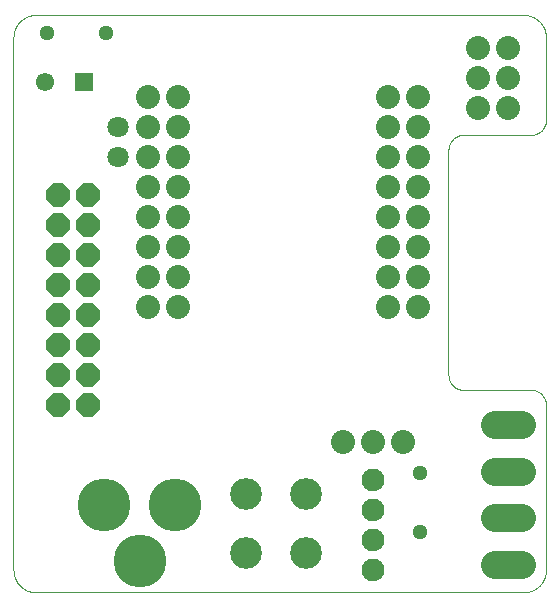
<source format=gbs>
G75*
%MOIN*%
%OFA0B0*%
%FSLAX25Y25*%
%IPPOS*%
%LPD*%
%AMOC8*
5,1,8,0,0,1.08239X$1,22.5*
%
%ADD10C,0.00100*%
%ADD11C,0.08000*%
%ADD12OC8,0.08000*%
%ADD13C,0.17600*%
%ADD14C,0.10600*%
%ADD15C,0.07600*%
%ADD16R,0.06100X0.06100*%
%ADD17C,0.06100*%
%ADD18C,0.05100*%
%ADD19C,0.07100*%
%ADD20C,0.09458*%
D10*
X0007500Y0015000D02*
X0007500Y0192500D01*
X0007502Y0192681D01*
X0007509Y0192862D01*
X0007520Y0193043D01*
X0007535Y0193224D01*
X0007555Y0193404D01*
X0007579Y0193584D01*
X0007607Y0193763D01*
X0007640Y0193941D01*
X0007677Y0194118D01*
X0007718Y0194295D01*
X0007763Y0194470D01*
X0007813Y0194645D01*
X0007867Y0194818D01*
X0007925Y0194989D01*
X0007987Y0195160D01*
X0008054Y0195328D01*
X0008124Y0195495D01*
X0008198Y0195661D01*
X0008277Y0195824D01*
X0008359Y0195985D01*
X0008445Y0196145D01*
X0008535Y0196302D01*
X0008629Y0196457D01*
X0008726Y0196610D01*
X0008828Y0196760D01*
X0008932Y0196908D01*
X0009041Y0197054D01*
X0009152Y0197196D01*
X0009268Y0197336D01*
X0009386Y0197473D01*
X0009508Y0197608D01*
X0009633Y0197739D01*
X0009761Y0197867D01*
X0009892Y0197992D01*
X0010027Y0198114D01*
X0010164Y0198232D01*
X0010304Y0198348D01*
X0010446Y0198459D01*
X0010592Y0198568D01*
X0010740Y0198672D01*
X0010890Y0198774D01*
X0011043Y0198871D01*
X0011198Y0198965D01*
X0011355Y0199055D01*
X0011515Y0199141D01*
X0011676Y0199223D01*
X0011839Y0199302D01*
X0012005Y0199376D01*
X0012172Y0199446D01*
X0012340Y0199513D01*
X0012511Y0199575D01*
X0012682Y0199633D01*
X0012855Y0199687D01*
X0013030Y0199737D01*
X0013205Y0199782D01*
X0013382Y0199823D01*
X0013559Y0199860D01*
X0013737Y0199893D01*
X0013916Y0199921D01*
X0014096Y0199945D01*
X0014276Y0199965D01*
X0014457Y0199980D01*
X0014638Y0199991D01*
X0014819Y0199998D01*
X0015000Y0200000D01*
X0177500Y0200000D01*
X0177681Y0199998D01*
X0177862Y0199991D01*
X0178043Y0199980D01*
X0178224Y0199965D01*
X0178404Y0199945D01*
X0178584Y0199921D01*
X0178763Y0199893D01*
X0178941Y0199860D01*
X0179118Y0199823D01*
X0179295Y0199782D01*
X0179470Y0199737D01*
X0179645Y0199687D01*
X0179818Y0199633D01*
X0179989Y0199575D01*
X0180160Y0199513D01*
X0180328Y0199446D01*
X0180495Y0199376D01*
X0180661Y0199302D01*
X0180824Y0199223D01*
X0180985Y0199141D01*
X0181145Y0199055D01*
X0181302Y0198965D01*
X0181457Y0198871D01*
X0181610Y0198774D01*
X0181760Y0198672D01*
X0181908Y0198568D01*
X0182054Y0198459D01*
X0182196Y0198348D01*
X0182336Y0198232D01*
X0182473Y0198114D01*
X0182608Y0197992D01*
X0182739Y0197867D01*
X0182867Y0197739D01*
X0182992Y0197608D01*
X0183114Y0197473D01*
X0183232Y0197336D01*
X0183348Y0197196D01*
X0183459Y0197054D01*
X0183568Y0196908D01*
X0183672Y0196760D01*
X0183774Y0196610D01*
X0183871Y0196457D01*
X0183965Y0196302D01*
X0184055Y0196145D01*
X0184141Y0195985D01*
X0184223Y0195824D01*
X0184302Y0195661D01*
X0184376Y0195495D01*
X0184446Y0195328D01*
X0184513Y0195160D01*
X0184575Y0194989D01*
X0184633Y0194818D01*
X0184687Y0194645D01*
X0184737Y0194470D01*
X0184782Y0194295D01*
X0184823Y0194118D01*
X0184860Y0193941D01*
X0184893Y0193763D01*
X0184921Y0193584D01*
X0184945Y0193404D01*
X0184965Y0193224D01*
X0184980Y0193043D01*
X0184991Y0192862D01*
X0184998Y0192681D01*
X0185000Y0192500D01*
X0185000Y0165000D01*
X0184998Y0164860D01*
X0184992Y0164720D01*
X0184982Y0164580D01*
X0184969Y0164440D01*
X0184951Y0164301D01*
X0184929Y0164162D01*
X0184904Y0164025D01*
X0184875Y0163887D01*
X0184842Y0163751D01*
X0184805Y0163616D01*
X0184764Y0163482D01*
X0184719Y0163349D01*
X0184671Y0163217D01*
X0184619Y0163087D01*
X0184564Y0162958D01*
X0184505Y0162831D01*
X0184442Y0162705D01*
X0184376Y0162581D01*
X0184307Y0162460D01*
X0184234Y0162340D01*
X0184157Y0162222D01*
X0184078Y0162107D01*
X0183995Y0161993D01*
X0183909Y0161883D01*
X0183820Y0161774D01*
X0183728Y0161668D01*
X0183633Y0161565D01*
X0183536Y0161464D01*
X0183435Y0161367D01*
X0183332Y0161272D01*
X0183226Y0161180D01*
X0183117Y0161091D01*
X0183007Y0161005D01*
X0182893Y0160922D01*
X0182778Y0160843D01*
X0182660Y0160766D01*
X0182540Y0160693D01*
X0182419Y0160624D01*
X0182295Y0160558D01*
X0182169Y0160495D01*
X0182042Y0160436D01*
X0181913Y0160381D01*
X0181783Y0160329D01*
X0181651Y0160281D01*
X0181518Y0160236D01*
X0181384Y0160195D01*
X0181249Y0160158D01*
X0181113Y0160125D01*
X0180975Y0160096D01*
X0180838Y0160071D01*
X0180699Y0160049D01*
X0180560Y0160031D01*
X0180420Y0160018D01*
X0180280Y0160008D01*
X0180140Y0160002D01*
X0180000Y0160000D01*
X0157500Y0160000D01*
X0157360Y0159998D01*
X0157220Y0159992D01*
X0157080Y0159982D01*
X0156940Y0159969D01*
X0156801Y0159951D01*
X0156662Y0159929D01*
X0156525Y0159904D01*
X0156387Y0159875D01*
X0156251Y0159842D01*
X0156116Y0159805D01*
X0155982Y0159764D01*
X0155849Y0159719D01*
X0155717Y0159671D01*
X0155587Y0159619D01*
X0155458Y0159564D01*
X0155331Y0159505D01*
X0155205Y0159442D01*
X0155081Y0159376D01*
X0154960Y0159307D01*
X0154840Y0159234D01*
X0154722Y0159157D01*
X0154607Y0159078D01*
X0154493Y0158995D01*
X0154383Y0158909D01*
X0154274Y0158820D01*
X0154168Y0158728D01*
X0154065Y0158633D01*
X0153964Y0158536D01*
X0153867Y0158435D01*
X0153772Y0158332D01*
X0153680Y0158226D01*
X0153591Y0158117D01*
X0153505Y0158007D01*
X0153422Y0157893D01*
X0153343Y0157778D01*
X0153266Y0157660D01*
X0153193Y0157540D01*
X0153124Y0157419D01*
X0153058Y0157295D01*
X0152995Y0157169D01*
X0152936Y0157042D01*
X0152881Y0156913D01*
X0152829Y0156783D01*
X0152781Y0156651D01*
X0152736Y0156518D01*
X0152695Y0156384D01*
X0152658Y0156249D01*
X0152625Y0156113D01*
X0152596Y0155975D01*
X0152571Y0155838D01*
X0152549Y0155699D01*
X0152531Y0155560D01*
X0152518Y0155420D01*
X0152508Y0155280D01*
X0152502Y0155140D01*
X0152500Y0155000D01*
X0152500Y0080000D01*
X0152502Y0079860D01*
X0152508Y0079720D01*
X0152518Y0079580D01*
X0152531Y0079440D01*
X0152549Y0079301D01*
X0152571Y0079162D01*
X0152596Y0079025D01*
X0152625Y0078887D01*
X0152658Y0078751D01*
X0152695Y0078616D01*
X0152736Y0078482D01*
X0152781Y0078349D01*
X0152829Y0078217D01*
X0152881Y0078087D01*
X0152936Y0077958D01*
X0152995Y0077831D01*
X0153058Y0077705D01*
X0153124Y0077581D01*
X0153193Y0077460D01*
X0153266Y0077340D01*
X0153343Y0077222D01*
X0153422Y0077107D01*
X0153505Y0076993D01*
X0153591Y0076883D01*
X0153680Y0076774D01*
X0153772Y0076668D01*
X0153867Y0076565D01*
X0153964Y0076464D01*
X0154065Y0076367D01*
X0154168Y0076272D01*
X0154274Y0076180D01*
X0154383Y0076091D01*
X0154493Y0076005D01*
X0154607Y0075922D01*
X0154722Y0075843D01*
X0154840Y0075766D01*
X0154960Y0075693D01*
X0155081Y0075624D01*
X0155205Y0075558D01*
X0155331Y0075495D01*
X0155458Y0075436D01*
X0155587Y0075381D01*
X0155717Y0075329D01*
X0155849Y0075281D01*
X0155982Y0075236D01*
X0156116Y0075195D01*
X0156251Y0075158D01*
X0156387Y0075125D01*
X0156525Y0075096D01*
X0156662Y0075071D01*
X0156801Y0075049D01*
X0156940Y0075031D01*
X0157080Y0075018D01*
X0157220Y0075008D01*
X0157360Y0075002D01*
X0157500Y0075000D01*
X0180000Y0075000D01*
X0180140Y0074998D01*
X0180280Y0074992D01*
X0180420Y0074982D01*
X0180560Y0074969D01*
X0180699Y0074951D01*
X0180838Y0074929D01*
X0180975Y0074904D01*
X0181113Y0074875D01*
X0181249Y0074842D01*
X0181384Y0074805D01*
X0181518Y0074764D01*
X0181651Y0074719D01*
X0181783Y0074671D01*
X0181913Y0074619D01*
X0182042Y0074564D01*
X0182169Y0074505D01*
X0182295Y0074442D01*
X0182419Y0074376D01*
X0182540Y0074307D01*
X0182660Y0074234D01*
X0182778Y0074157D01*
X0182893Y0074078D01*
X0183007Y0073995D01*
X0183117Y0073909D01*
X0183226Y0073820D01*
X0183332Y0073728D01*
X0183435Y0073633D01*
X0183536Y0073536D01*
X0183633Y0073435D01*
X0183728Y0073332D01*
X0183820Y0073226D01*
X0183909Y0073117D01*
X0183995Y0073007D01*
X0184078Y0072893D01*
X0184157Y0072778D01*
X0184234Y0072660D01*
X0184307Y0072540D01*
X0184376Y0072419D01*
X0184442Y0072295D01*
X0184505Y0072169D01*
X0184564Y0072042D01*
X0184619Y0071913D01*
X0184671Y0071783D01*
X0184719Y0071651D01*
X0184764Y0071518D01*
X0184805Y0071384D01*
X0184842Y0071249D01*
X0184875Y0071113D01*
X0184904Y0070975D01*
X0184929Y0070838D01*
X0184951Y0070699D01*
X0184969Y0070560D01*
X0184982Y0070420D01*
X0184992Y0070280D01*
X0184998Y0070140D01*
X0185000Y0070000D01*
X0185000Y0015000D01*
X0184998Y0014819D01*
X0184991Y0014638D01*
X0184980Y0014457D01*
X0184965Y0014276D01*
X0184945Y0014096D01*
X0184921Y0013916D01*
X0184893Y0013737D01*
X0184860Y0013559D01*
X0184823Y0013382D01*
X0184782Y0013205D01*
X0184737Y0013030D01*
X0184687Y0012855D01*
X0184633Y0012682D01*
X0184575Y0012511D01*
X0184513Y0012340D01*
X0184446Y0012172D01*
X0184376Y0012005D01*
X0184302Y0011839D01*
X0184223Y0011676D01*
X0184141Y0011515D01*
X0184055Y0011355D01*
X0183965Y0011198D01*
X0183871Y0011043D01*
X0183774Y0010890D01*
X0183672Y0010740D01*
X0183568Y0010592D01*
X0183459Y0010446D01*
X0183348Y0010304D01*
X0183232Y0010164D01*
X0183114Y0010027D01*
X0182992Y0009892D01*
X0182867Y0009761D01*
X0182739Y0009633D01*
X0182608Y0009508D01*
X0182473Y0009386D01*
X0182336Y0009268D01*
X0182196Y0009152D01*
X0182054Y0009041D01*
X0181908Y0008932D01*
X0181760Y0008828D01*
X0181610Y0008726D01*
X0181457Y0008629D01*
X0181302Y0008535D01*
X0181145Y0008445D01*
X0180985Y0008359D01*
X0180824Y0008277D01*
X0180661Y0008198D01*
X0180495Y0008124D01*
X0180328Y0008054D01*
X0180160Y0007987D01*
X0179989Y0007925D01*
X0179818Y0007867D01*
X0179645Y0007813D01*
X0179470Y0007763D01*
X0179295Y0007718D01*
X0179118Y0007677D01*
X0178941Y0007640D01*
X0178763Y0007607D01*
X0178584Y0007579D01*
X0178404Y0007555D01*
X0178224Y0007535D01*
X0178043Y0007520D01*
X0177862Y0007509D01*
X0177681Y0007502D01*
X0177500Y0007500D01*
X0015000Y0007500D01*
X0014819Y0007502D01*
X0014638Y0007509D01*
X0014457Y0007520D01*
X0014276Y0007535D01*
X0014096Y0007555D01*
X0013916Y0007579D01*
X0013737Y0007607D01*
X0013559Y0007640D01*
X0013382Y0007677D01*
X0013205Y0007718D01*
X0013030Y0007763D01*
X0012855Y0007813D01*
X0012682Y0007867D01*
X0012511Y0007925D01*
X0012340Y0007987D01*
X0012172Y0008054D01*
X0012005Y0008124D01*
X0011839Y0008198D01*
X0011676Y0008277D01*
X0011515Y0008359D01*
X0011355Y0008445D01*
X0011198Y0008535D01*
X0011043Y0008629D01*
X0010890Y0008726D01*
X0010740Y0008828D01*
X0010592Y0008932D01*
X0010446Y0009041D01*
X0010304Y0009152D01*
X0010164Y0009268D01*
X0010027Y0009386D01*
X0009892Y0009508D01*
X0009761Y0009633D01*
X0009633Y0009761D01*
X0009508Y0009892D01*
X0009386Y0010027D01*
X0009268Y0010164D01*
X0009152Y0010304D01*
X0009041Y0010446D01*
X0008932Y0010592D01*
X0008828Y0010740D01*
X0008726Y0010890D01*
X0008629Y0011043D01*
X0008535Y0011198D01*
X0008445Y0011355D01*
X0008359Y0011515D01*
X0008277Y0011676D01*
X0008198Y0011839D01*
X0008124Y0012005D01*
X0008054Y0012172D01*
X0007987Y0012340D01*
X0007925Y0012511D01*
X0007867Y0012682D01*
X0007813Y0012855D01*
X0007763Y0013030D01*
X0007718Y0013205D01*
X0007677Y0013382D01*
X0007640Y0013559D01*
X0007607Y0013737D01*
X0007579Y0013916D01*
X0007555Y0014096D01*
X0007535Y0014276D01*
X0007520Y0014457D01*
X0007509Y0014638D01*
X0007502Y0014819D01*
X0007500Y0015000D01*
D11*
X0052500Y0102500D03*
X0052500Y0112500D03*
X0052500Y0122500D03*
X0052500Y0132500D03*
X0052500Y0142500D03*
X0052500Y0152500D03*
X0052500Y0162500D03*
X0052500Y0172500D03*
X0062500Y0172500D03*
X0062500Y0162500D03*
X0062500Y0152500D03*
X0062500Y0142500D03*
X0062500Y0132500D03*
X0062500Y0122500D03*
X0062500Y0112500D03*
X0062500Y0102500D03*
X0117500Y0057500D03*
X0127500Y0057500D03*
X0137500Y0057500D03*
X0132500Y0102500D03*
X0132500Y0112500D03*
X0132500Y0122500D03*
X0132500Y0132500D03*
X0132500Y0142500D03*
X0132500Y0152500D03*
X0132500Y0162500D03*
X0132500Y0172500D03*
X0142500Y0172500D03*
X0142500Y0162500D03*
X0142500Y0152500D03*
X0142500Y0142500D03*
X0142500Y0132500D03*
X0142500Y0122500D03*
X0142500Y0112500D03*
X0142500Y0102500D03*
X0162500Y0169000D03*
X0162500Y0179000D03*
X0162500Y0189000D03*
X0172500Y0189000D03*
X0172500Y0179000D03*
X0172500Y0169000D03*
D12*
X0032500Y0140000D03*
X0032500Y0130000D03*
X0032500Y0120000D03*
X0032500Y0110000D03*
X0032500Y0100000D03*
X0032500Y0090000D03*
X0032500Y0080000D03*
X0032500Y0070000D03*
X0022500Y0070000D03*
X0022500Y0080000D03*
X0022500Y0090000D03*
X0022500Y0100000D03*
X0022500Y0110000D03*
X0022500Y0120000D03*
X0022500Y0130000D03*
X0022500Y0140000D03*
D13*
X0037815Y0036500D03*
X0049626Y0017996D03*
X0061437Y0036500D03*
D14*
X0085157Y0040374D03*
X0085157Y0020689D03*
X0104843Y0020689D03*
X0104843Y0040374D03*
D15*
X0127500Y0045000D03*
X0127500Y0035000D03*
X0127500Y0025000D03*
X0127500Y0015000D03*
D16*
X0031000Y0177500D03*
D17*
X0018000Y0177500D03*
D18*
X0018657Y0194000D03*
X0038343Y0194000D03*
X0143000Y0047343D03*
X0143000Y0027657D03*
D19*
X0042500Y0152500D03*
X0042500Y0162500D03*
D20*
X0168071Y0063386D02*
X0176929Y0063386D01*
X0176929Y0047795D02*
X0168071Y0047795D01*
X0168071Y0032205D02*
X0176929Y0032205D01*
X0176929Y0016614D02*
X0168071Y0016614D01*
M02*

</source>
